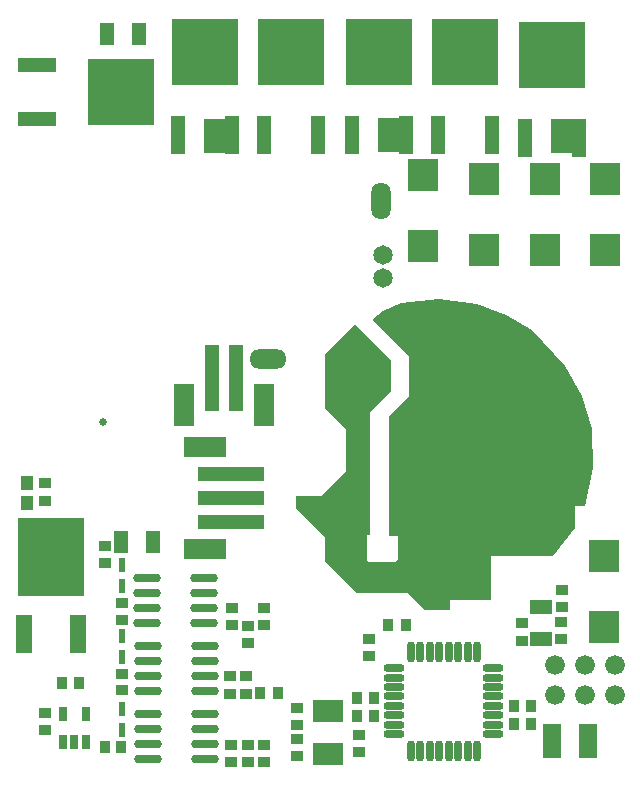
<source format=gts>
%FSLAX25Y25*%
%MOIN*%
G70*
G01*
G75*
G04 Layer_Color=8388736*
%ADD10R,0.04331X0.06693*%
%ADD11R,0.05315X0.11024*%
%ADD12R,0.03543X0.03150*%
%ADD13O,0.08661X0.02362*%
%ADD14O,0.06496X0.02165*%
%ADD15O,0.02165X0.06496*%
%ADD16R,0.21260X0.21850*%
%ADD17R,0.12008X0.03937*%
%ADD18R,0.21850X0.21260*%
%ADD19R,0.03937X0.12008*%
%ADD20R,0.02362X0.04331*%
%ADD21R,0.03937X0.21654*%
%ADD22R,0.05906X0.13386*%
%ADD23R,0.21654X0.03937*%
%ADD24R,0.13386X0.05906*%
%ADD25R,0.06693X0.04331*%
%ADD26R,0.09646X0.10039*%
%ADD27R,0.03347X0.04134*%
%ADD28R,0.01378X0.03937*%
%ADD29C,0.06000*%
%ADD30R,0.03543X0.02756*%
%ADD31R,0.02756X0.03543*%
%ADD32R,0.21850X0.25590*%
%ADD33R,0.04921X0.12008*%
%ADD34R,0.09449X0.06693*%
%ADD35R,0.03150X0.03543*%
%ADD36C,0.02500*%
%ADD37C,0.02000*%
%ADD38C,0.00800*%
%ADD39C,0.01000*%
%ADD40C,0.01200*%
%ADD41C,0.00600*%
%ADD42C,0.04000*%
%ADD43C,0.01500*%
%ADD44C,0.11811*%
%ADD45O,0.11811X0.05906*%
%ADD46O,0.05906X0.11811*%
%ADD47C,0.05906*%
%ADD48C,0.02000*%
%ADD49C,0.02400*%
%ADD50C,0.33896*%
%ADD51C,0.06337*%
%ADD52C,0.04369*%
%ADD53C,0.14998*%
%ADD54C,0.03600*%
%ADD55R,0.02795X0.05000*%
%ADD56C,0.00984*%
%ADD57C,0.02362*%
%ADD58C,0.01575*%
%ADD59C,0.00787*%
%ADD60R,0.02500X0.02400*%
%ADD61R,0.17100X0.03700*%
%ADD62R,0.07087X0.03743*%
%ADD63R,0.04931X0.07293*%
%ADD64R,0.05915X0.11624*%
%ADD65R,0.04143X0.03750*%
%ADD66O,0.08061X0.01762*%
%ADD67O,0.05296X0.00965*%
%ADD68O,0.00965X0.05296*%
%ADD69R,0.21860X0.22450*%
%ADD70R,0.12608X0.04537*%
%ADD71R,0.22450X0.21860*%
%ADD72R,0.04537X0.12608*%
%ADD73R,0.02962X0.04931*%
%ADD74R,0.03337X0.21054*%
%ADD75R,0.05306X0.12786*%
%ADD76R,0.21054X0.03337*%
%ADD77R,0.12786X0.05306*%
%ADD78R,0.07293X0.04931*%
%ADD79R,0.10246X0.10639*%
%ADD80R,0.03947X0.04734*%
%ADD81R,0.01978X0.04537*%
%ADD82R,0.04143X0.03356*%
%ADD83R,0.03356X0.04143*%
%ADD84R,0.22450X0.26191*%
%ADD85R,0.05521X0.12608*%
%ADD86R,0.08849X0.06093*%
%ADD87R,0.03750X0.04143*%
%ADD88R,0.11400X0.11800*%
%ADD89R,0.11200X0.11600*%
%ADD90O,0.09261X0.02962*%
%ADD91O,0.07096X0.02765*%
%ADD92O,0.02765X0.07096*%
%ADD93R,0.04537X0.22253*%
%ADD94R,0.06506X0.13986*%
%ADD95R,0.22253X0.04537*%
%ADD96R,0.13986X0.06506*%
%ADD97C,0.06600*%
%ADD98R,0.10049X0.07293*%
%ADD99C,0.12411*%
%ADD100O,0.12411X0.06506*%
%ADD101O,0.06506X0.12411*%
%ADD102C,0.06506*%
%ADD103C,0.02600*%
G36*
X149610Y156881D02*
X159410Y153181D01*
X167810Y147981D01*
X178810Y136081D01*
X184610Y126081D01*
X188110Y114981D01*
X188410Y102081D01*
X185710Y89581D01*
X182210D01*
Y82181D01*
X174910Y72781D01*
X154210D01*
Y58435D01*
X153857Y58082D01*
X140500Y58100D01*
Y54700D01*
X132410Y54681D01*
X126710Y60381D01*
X113610D01*
X113100Y60388D01*
Y60381D01*
X109610D01*
X98910Y71081D01*
Y79281D01*
X89400Y88792D01*
Y92781D01*
X97710D01*
X105910Y100981D01*
Y114990D01*
X99010Y121890D01*
Y140110D01*
X109096Y150196D01*
X121100Y138191D01*
Y127900D01*
X113900Y120700D01*
Y79800D01*
X113100D01*
Y71092D01*
X113510Y70681D01*
X122410D01*
X123310Y71581D01*
Y79594D01*
X120200Y79613D01*
Y119171D01*
X127100Y126071D01*
Y139079D01*
X115057Y151338D01*
X115079Y151838D01*
X118200Y154500D01*
X124310Y157081D01*
X137110Y158581D01*
X149610Y156881D01*
D02*
G37*
D63*
X37015Y246800D02*
D03*
X26385D02*
D03*
X31085Y77300D02*
D03*
X41715D02*
D03*
D64*
X186804Y11000D02*
D03*
X174796D02*
D03*
D65*
X5600Y14844D02*
D03*
Y20356D02*
D03*
X31300Y57056D02*
D03*
Y51544D02*
D03*
Y33556D02*
D03*
Y28044D02*
D03*
X25500Y70544D02*
D03*
Y76056D02*
D03*
X89600Y11656D02*
D03*
Y6144D02*
D03*
X89800Y16544D02*
D03*
Y22056D02*
D03*
D69*
X30858Y227400D02*
D03*
D70*
X3102Y218424D02*
D03*
Y236376D02*
D03*
D71*
X59000Y240958D02*
D03*
X87700D02*
D03*
X116900D02*
D03*
X145700D02*
D03*
X174500Y239758D02*
D03*
D72*
X67976Y213202D02*
D03*
X50024D02*
D03*
X96676D02*
D03*
X78724D02*
D03*
X125876D02*
D03*
X107924D02*
D03*
X154676D02*
D03*
X136724D02*
D03*
X183476Y212002D02*
D03*
X165524D02*
D03*
D73*
X11660Y10776D02*
D03*
X15400D02*
D03*
X19140D02*
D03*
Y20224D02*
D03*
X11660D02*
D03*
D78*
X171100Y45285D02*
D03*
Y55915D02*
D03*
D79*
X192000Y72909D02*
D03*
Y49091D02*
D03*
X192450Y174791D02*
D03*
Y198609D02*
D03*
X131700Y199809D02*
D03*
Y175991D02*
D03*
X151950Y174791D02*
D03*
Y198609D02*
D03*
X172200D02*
D03*
Y174791D02*
D03*
D80*
X-500Y90354D02*
D03*
Y97047D02*
D03*
D81*
X31300Y14757D02*
D03*
Y21843D02*
D03*
Y46143D02*
D03*
Y39057D02*
D03*
Y62757D02*
D03*
Y69843D02*
D03*
D82*
X177900Y55647D02*
D03*
Y61553D02*
D03*
X177600Y45047D02*
D03*
Y50953D02*
D03*
X164500Y44547D02*
D03*
Y50453D02*
D03*
X5500Y91247D02*
D03*
Y97153D02*
D03*
X73300Y43647D02*
D03*
Y49553D02*
D03*
X68000Y49647D02*
D03*
Y55553D02*
D03*
X72700Y32653D02*
D03*
Y26747D02*
D03*
X67300Y26747D02*
D03*
Y32653D02*
D03*
X110400Y13253D02*
D03*
Y7347D02*
D03*
X73300Y9953D02*
D03*
Y4047D02*
D03*
X67800Y4047D02*
D03*
Y9953D02*
D03*
X78500Y55553D02*
D03*
Y49647D02*
D03*
X78800Y9953D02*
D03*
Y4047D02*
D03*
X113700Y39347D02*
D03*
Y45253D02*
D03*
D83*
X125853Y49800D02*
D03*
X119947D02*
D03*
X83153Y27100D02*
D03*
X77247D02*
D03*
D84*
X7500Y72349D02*
D03*
D85*
X16516Y46758D02*
D03*
X-1516D02*
D03*
D87*
X31056Y9100D02*
D03*
X25544D02*
D03*
X162044Y22700D02*
D03*
X167556D02*
D03*
X11444Y30300D02*
D03*
X16956D02*
D03*
X115256Y19500D02*
D03*
X109744D02*
D03*
X162044Y16700D02*
D03*
X167556D02*
D03*
X115256Y25500D02*
D03*
X109744D02*
D03*
D88*
X122200Y213200D02*
D03*
X64300Y212800D02*
D03*
D89*
X180100D02*
D03*
D90*
X58549Y50600D02*
D03*
Y55600D02*
D03*
Y60600D02*
D03*
Y65600D02*
D03*
X39651Y50600D02*
D03*
Y55600D02*
D03*
Y60600D02*
D03*
Y65600D02*
D03*
X58949Y27700D02*
D03*
Y32700D02*
D03*
Y37700D02*
D03*
Y42700D02*
D03*
X40051Y27700D02*
D03*
Y32700D02*
D03*
Y37700D02*
D03*
Y42700D02*
D03*
X58949Y5100D02*
D03*
Y10100D02*
D03*
Y15100D02*
D03*
Y20100D02*
D03*
X40051Y5100D02*
D03*
Y10100D02*
D03*
Y15100D02*
D03*
Y20100D02*
D03*
D91*
X122065Y35424D02*
D03*
Y32274D02*
D03*
Y29124D02*
D03*
Y25975D02*
D03*
Y22825D02*
D03*
Y19676D02*
D03*
Y16526D02*
D03*
Y13376D02*
D03*
X155135D02*
D03*
Y16526D02*
D03*
Y19676D02*
D03*
Y22825D02*
D03*
Y25975D02*
D03*
Y29124D02*
D03*
Y32274D02*
D03*
Y35424D02*
D03*
D92*
X127576Y7865D02*
D03*
X130726D02*
D03*
X133876D02*
D03*
X137025D02*
D03*
X140175D02*
D03*
X143324D02*
D03*
X146474D02*
D03*
X149624D02*
D03*
Y40935D02*
D03*
X146474D02*
D03*
X143324D02*
D03*
X140175D02*
D03*
X137025D02*
D03*
X133876D02*
D03*
X130726D02*
D03*
X127576D02*
D03*
D93*
X69237Y132029D02*
D03*
X61363D02*
D03*
D94*
X52111Y123171D02*
D03*
X78489D02*
D03*
D95*
X67700Y84252D02*
D03*
Y100000D02*
D03*
Y92126D02*
D03*
D96*
X58842Y109252D02*
D03*
Y75000D02*
D03*
D97*
X195700Y26600D02*
D03*
Y36600D02*
D03*
X185700Y26600D02*
D03*
Y36600D02*
D03*
X175700D02*
D03*
Y26600D02*
D03*
D98*
X99900Y21283D02*
D03*
Y6717D02*
D03*
D99*
X136610Y106481D02*
D03*
X136600Y143800D02*
D03*
X163000Y80000D02*
D03*
X110164Y132927D02*
D03*
X136600Y69100D02*
D03*
D100*
X80100Y138302D02*
D03*
D101*
X117800Y191000D02*
D03*
D102*
X118300Y165400D02*
D03*
Y173274D02*
D03*
D103*
X25000Y117300D02*
D03*
M02*

</source>
